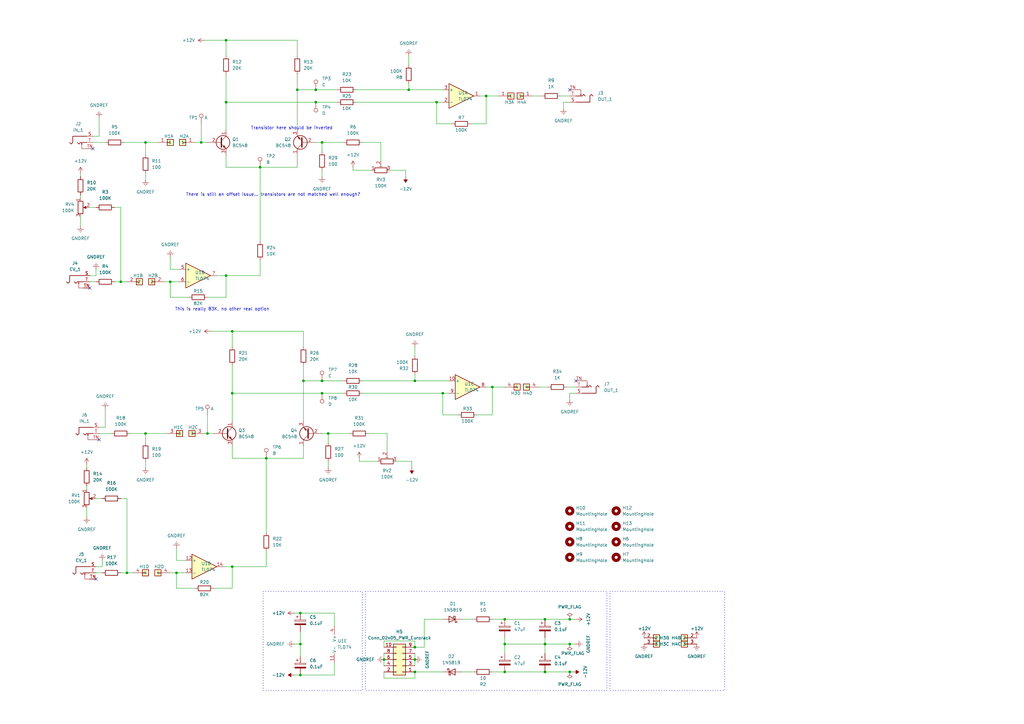
<source format=kicad_sch>
(kicad_sch (version 20230121) (generator eeschema)
  (paper "A3")
  (lib_symbols
    (symbol "Amplifier_Operational:TL074" (pin_names (offset 0.127))
      (property "Reference" "U" (at 0 5.08 0))
      (property "Value" "TL074" (at 0 -5.08 0))
      (symbol "TL074_1_1"
        (pin output line (at 7.62 0 180) (length 2.54) (name "~") (number "1"))
        (pin input line (at -7.62 -2.54 0) (length 2.54) (name "-") (number "2"))
        (pin input line (at -7.62 2.54 0) (length 2.54) (name "+") (number "3"))
      )
      (symbol "TL074_2_1"
        (pin input line (at -7.62 2.54 0) (length 2.54) (name "+") (number "5"))
        (pin input line (at -7.62 -2.54 0) (length 2.54) (name "-") (number "6"))
        (pin output line (at 7.62 0 180) (length 2.54) (name "~") (number "7"))
      )
      (symbol "TL074_3_1"
        (pin input line (at -7.62 2.54 0) (length 2.54) (name "+") (number "10"))
        (pin output line (at 7.62 0 180) (length 2.54) (name "~") (number "8"))
        (pin input line (at -7.62 -2.54 0) (length 2.54) (name "-") (number "9"))
      )
      (symbol "TL074_4_1"
        (pin input line (at -7.62 2.54 0) (length 2.54) (name "+") (number "12"))
        (pin input line (at -7.62 -2.54 0) (length 2.54) (name "-") (number "13"))
        (pin output line (at 7.62 0 180) (length 2.54) (name "~") (number "14"))
      )
      (symbol "TL074_5_1"
        (pin power_in line (at -2.54 -7.62 90) (length 3.81) (name "V-") (number "11"))
        (pin power_in line (at -2.54 7.62 270) (length 3.81) (name "V+") (number "4"))
      )
    )
    (symbol "Connector:TestPoint" (pin_numbers hide) (pin_names (offset 0.762) hide)
      (property "Reference" "TP" (at 0 6.858 0))
      (property "Value" "TestPoint" (at 0 5.08 0))
      (symbol "TestPoint_1_1"
        (pin passive line (at 0 0 90) (length 2.54) (name "1") (number "1"))
      )
    )
    (symbol "Device:C_Polarized" (pin_numbers hide) (pin_names (offset 0.254))
      (property "Reference" "C" (at 0.635 2.54 0))
      (property "Value" "C_Polarized" (at 0.635 -2.54 0))
      (symbol "C_Polarized_1_1"
        (pin passive line (at 0 3.81 270) (length 2.794) (name "~") (number "1"))
        (pin passive line (at 0 -3.81 90) (length 2.794) (name "~") (number "2"))
      )
    )
    (symbol "Device:R" (pin_numbers hide) (pin_names (offset 0))
      (property "Reference" "R" (at 2.032 0 90))
      (property "Value" "R" (at 0 0 90))
      (symbol "R_1_1"
        (pin passive line (at 0 3.81 270) (length 1.27) (name "~") (number "1"))
        (pin passive line (at 0 -3.81 90) (length 1.27) (name "~") (number "2"))
      )
    )
    (symbol "Device:R_Potentiometer" (pin_names (offset 1.016) hide)
      (property "Reference" "RV" (at -4.445 0 90))
      (property "Value" "R_Potentiometer" (at -2.54 0 90))
      (symbol "R_Potentiometer_1_1"
        (pin passive line (at 0 3.81 270) (length 1.27) (name "1") (number "1"))
        (pin passive line (at 3.81 0 180) (length 1.27) (name "2") (number "2"))
        (pin passive line (at 0 -3.81 90) (length 1.27) (name "3") (number "3"))
      )
    )
    (symbol "Device:R_Potentiometer_Trim" (pin_names (offset 1.016) hide)
      (property "Reference" "RV" (at -4.445 0 90))
      (property "Value" "R_Potentiometer_Trim" (at -2.54 0 90))
      (symbol "R_Potentiometer_Trim_1_1"
        (pin passive line (at 0 3.81 270) (length 1.27) (name "1") (number "1"))
        (pin passive line (at 3.81 0 180) (length 1.27) (name "2") (number "2"))
        (pin passive line (at 0 -3.81 90) (length 1.27) (name "3") (number "3"))
      )
    )
    (symbol "Diode:1N5819" (pin_numbers hide) (pin_names (offset 1.016) hide)
      (property "Reference" "D" (at 0 2.54 0))
      (property "Value" "1N5819" (at 0 -2.54 0))
      (symbol "1N5819_1_1"
        (pin passive line (at -3.81 0 0) (length 2.54) (name "K") (number "1"))
        (pin passive line (at 3.81 0 180) (length 2.54) (name "A") (number "2"))
      )
    )
    (symbol "Mechanical:MountingHole" (pin_names (offset 1.016))
      (property "Reference" "H" (at 0 5.08 0))
      (property "Value" "MountingHole" (at 0 3.175 0))
    )
    (symbol "Synth_Custom:AudioJack2_PJ398SM"
      (property "Reference" "J" (at 0 8.89 0))
      (property "Value" "AudioJack2_PJ398SM" (at 0 6.35 0))
      (symbol "AudioJack2_PJ398SM_1_1"
        (pin passive line (at 5.08 2.54 180) (length 2.54) (name "~") (number "S"))
        (pin passive line (at 5.08 0 180) (length 2.54) (name "~") (number "T"))
        (pin passive line (at 5.08 -2.54 180) (length 2.54) (name "~") (number "TN"))
      )
    )
    (symbol "Synth_Custom:CONN_Header_01x04"
      (property "Reference" "H" (at 2.54 0 0))
      (symbol "CONN_Header_01x04_1_1"
        (pin passive line (at -5.08 0 0) (length 3.81) (name "1") (number "1"))
      )
      (symbol "CONN_Header_01x04_2_1"
        (pin passive line (at -5.08 0 0) (length 3.81) (name "2") (number "2"))
      )
      (symbol "CONN_Header_01x04_3_1"
        (pin passive line (at -5.08 0 0) (length 3.81) (name "3") (number "3"))
      )
      (symbol "CONN_Header_01x04_4_1"
        (pin passive line (at -5.08 0 0) (length 3.81) (name "4") (number "4"))
      )
    )
    (symbol "Synth_Custom:CONN_Socket_01x04"
      (property "Reference" "H" (at 2.54 0 0))
      (symbol "CONN_Socket_01x04_1_1"
        (pin passive line (at -5.08 0 0) (length 3.81) (name "1") (number "1"))
      )
      (symbol "CONN_Socket_01x04_2_1"
        (pin passive line (at -5.08 0 0) (length 3.81) (name "2") (number "2"))
      )
      (symbol "CONN_Socket_01x04_3_1"
        (pin passive line (at -5.08 0 0) (length 3.81) (name "3") (number "3"))
      )
      (symbol "CONN_Socket_01x04_4_1"
        (pin passive line (at -5.08 0 0) (length 3.81) (name "4") (number "4"))
      )
    )
    (symbol "Synth_Custom:Conn_02x05_PWR_Eurorack" (pin_names (offset 1.016) hide)
      (property "Reference" "H" (at 0 7.62 0))
      (property "Value" "Conn_02x05_PWR_Eurorack" (at 1.27 -7.62 0))
      (symbol "Conn_02x05_PWR_Eurorack_1_1"
        (pin passive line (at -6.35 5.08 0) (length 3.81) (name "Pin_1") (number "1"))
        (pin passive line (at 6.35 -5.08 180) (length 3.81) (name "Pin_10") (number "10"))
        (pin passive line (at 6.35 5.08 180) (length 3.81) (name "Pin_2") (number "2"))
        (pin passive line (at -6.35 2.54 0) (length 3.81) (name "Pin_3") (number "3"))
        (pin passive line (at 6.35 2.54 180) (length 3.81) (name "Pin_4") (number "4"))
        (pin passive line (at -6.35 0 0) (length 3.81) (name "Pin_5") (number "5"))
        (pin passive line (at 6.35 0 180) (length 3.81) (name "Pin_6") (number "6"))
        (pin passive line (at -6.35 -2.54 0) (length 3.81) (name "Pin_7") (number "7"))
        (pin passive line (at 6.35 -2.54 180) (length 3.81) (name "Pin_8") (number "8"))
        (pin passive line (at -6.35 -5.08 0) (length 3.81) (name "Pin_9") (number "9"))
      )
    )
    (symbol "Transistor_BJT:BC548" (pin_names (offset 0) hide)
      (property "Reference" "Q" (at 5.08 1.905 0))
      (property "Value" "BC548" (at 5.08 0 0))
      (symbol "BC548_1_1"
        (pin passive line (at 2.54 5.08 270) (length 2.54) (name "C") (number "1"))
        (pin input line (at -5.08 0 0) (length 5.08) (name "B") (number "2"))
        (pin passive line (at 2.54 -5.08 90) (length 2.54) (name "E") (number "3"))
      )
    )
    (symbol "power:+12V" (power) (pin_names (offset 0))
      (property "Value" "+12V" (at 0 3.556 0))
      (symbol "+12V_1_1"
        (pin power_in line (at 0 0 90) (length 0) hide (name "+12V") (number "1"))
      )
    )
    (symbol "power:-12V" (power) (pin_names (offset 0))
      (property "Value" "-12V" (at 0 3.81 0))
      (symbol "-12V_0_0"
        (pin power_in line (at 0 0 90) (length 0) hide (name "-12V") (number "1"))
      )
    )
    (symbol "power:GNDREF" (power) (pin_names (offset 0))
      (property "Value" "GNDREF" (at 0 -3.81 0))
      (symbol "GNDREF_1_1"
        (pin power_in line (at 0 0 270) (length 0) hide (name "GNDREF") (number "1"))
      )
    )
    (symbol "power:PWR_FLAG" (power) (pin_numbers hide) (pin_names (offset 0) hide)
      (property "Value" "PWR_FLAG" (at 0 3.81 0))
      (symbol "PWR_FLAG_0_0"
        (pin power_out line (at 0 0 90) (length 0) (name "pwr") (number "1"))
      )
    )
  )
  (junction (at 121.92 36.83))
  (junction (at 129.54 41.91))
  (junction (at 49.53 115.57))
  (junction (at 123.19 264.16))
  (junction (at 207.01 264.16))
  (junction (at 233.68 275.59))
  (junction (at 170.18 275.59))
  (junction (at 223.52 264.16))
  (junction (at 157.48 270.51))
  (junction (at 179.07 41.91))
  (junction (at 233.68 254))
  (junction (at 223.52 254))
  (junction (at 52.07 234.95))
  (junction (at 82.55 58.42))
  (junction (at 170.18 156.21))
  (junction (at 106.68 68.58))
  (junction (at 132.08 161.29))
  (junction (at 92.71 16.51))
  (junction (at 72.39 234.95))
  (junction (at 124.46 156.21))
  (junction (at 92.71 113.03))
  (junction (at 167.64 36.83))
  (junction (at 95.25 161.29))
  (junction (at 207.01 254))
  (junction (at 170.18 270.51))
  (junction (at 59.69 58.42))
  (junction (at 134.62 177.8))
  (junction (at 123.19 276.86))
  (junction (at 132.08 156.21))
  (junction (at 95.25 232.41))
  (junction (at 201.93 158.75))
  (junction (at 85.09 177.8))
  (junction (at 170.18 265.43))
  (junction (at 92.71 41.91))
  (junction (at 95.25 135.89))
  (junction (at 207.01 275.59))
  (junction (at 233.68 264.16))
  (junction (at 181.61 161.29))
  (junction (at 129.54 36.83))
  (junction (at 69.85 115.57))
  (junction (at 132.08 58.42))
  (junction (at 199.39 39.37))
  (junction (at 223.52 275.59))
  (junction (at 59.69 177.8))
  (junction (at 123.19 251.46))
  (junction (at 109.22 187.96))
  (no_connect (at 40.64 180.34))
  (no_connect (at 36.83 118.11))
  (no_connect (at 236.22 156.21))
  (no_connect (at 38.1 60.96))
  (no_connect (at 39.37 237.49))
  (no_connect (at 233.68 36.83))
  (wire (pts (xy 72.39 234.95) (xy 76.2 234.95)))
  (wire (pts (xy 137.16 271.78) (xy 137.16 276.86)))
  (wire (pts (xy 106.68 113.03) (xy 106.68 106.68)))
  (wire (pts (xy 170.18 278.13) (xy 170.18 275.59)))
  (wire (pts (xy 134.62 189.23) (xy 134.62 191.77)))
  (wire (pts (xy 59.69 58.42) (xy 59.69 63.5)))
  (wire (pts (xy 95.25 149.86) (xy 95.25 161.29)))
  (wire (pts (xy 132.08 156.21) (xy 140.97 156.21)))
  (wire (pts (xy 124.46 182.88) (xy 124.46 187.96)))
  (wire (pts (xy 158.75 185.42) (xy 158.75 177.8)))
  (wire (pts (xy 132.08 69.85) (xy 132.08 72.39)))
  (wire (pts (xy 232.41 158.75) (xy 236.22 158.75)))
  (wire (pts (xy 120.65 276.86) (xy 123.19 276.86)))
  (wire (pts (xy 185.42 50.8) (xy 179.07 50.8)))
  (wire (pts (xy 173.99 254) (xy 181.61 254)))
  (wire (pts (xy 80.01 58.42) (xy 82.55 58.42)))
  (wire (pts (xy 33.02 80.01) (xy 33.02 81.28)))
  (wire (pts (xy 187.96 170.18) (xy 181.61 170.18)))
  (wire (pts (xy 129.54 36.83) (xy 138.43 36.83)))
  (wire (pts (xy 148.59 156.21) (xy 170.18 156.21)))
  (wire (pts (xy 170.18 153.67) (xy 170.18 156.21)))
  (wire (pts (xy 39.37 234.95) (xy 41.91 234.95)))
  (wire (pts (xy 59.69 177.8) (xy 59.69 181.61)))
  (wire (pts (xy 170.18 265.43) (xy 170.18 262.89)))
  (wire (pts (xy 106.68 68.58) (xy 106.68 99.06)))
  (wire (pts (xy 46.99 85.09) (xy 49.53 85.09)))
  (wire (pts (xy 170.18 267.97) (xy 170.18 270.51)))
  (wire (pts (xy 109.22 187.96) (xy 109.22 218.44)))
  (wire (pts (xy 193.04 50.8) (xy 199.39 50.8)))
  (wire (pts (xy 132.08 58.42) (xy 140.97 58.42)))
  (wire (pts (xy 132.08 177.8) (xy 134.62 177.8)))
  (wire (pts (xy 50.8 58.42) (xy 59.69 58.42)))
  (wire (pts (xy 92.71 41.91) (xy 129.54 41.91)))
  (wire (pts (xy 53.34 177.8) (xy 59.69 177.8)))
  (wire (pts (xy 69.85 115.57) (xy 73.66 115.57)))
  (wire (pts (xy 49.53 234.95) (xy 52.07 234.95)))
  (wire (pts (xy 124.46 187.96) (xy 109.22 187.96)))
  (wire (pts (xy 201.93 170.18) (xy 201.93 158.75)))
  (wire (pts (xy 52.07 115.57) (xy 49.53 115.57)))
  (wire (pts (xy 35.56 190.5) (xy 35.56 191.77)))
  (wire (pts (xy 92.71 30.48) (xy 92.71 41.91)))
  (wire (pts (xy 134.62 177.8) (xy 134.62 181.61)))
  (wire (pts (xy 123.19 259.08) (xy 123.19 264.16)))
  (wire (pts (xy 72.39 241.3) (xy 72.39 234.95)))
  (wire (pts (xy 123.19 264.16) (xy 123.19 269.24)))
  (wire (pts (xy 156.21 66.04) (xy 156.21 58.42)))
  (wire (pts (xy 199.39 50.8) (xy 199.39 39.37)))
  (wire (pts (xy 69.85 234.95) (xy 72.39 234.95)))
  (wire (pts (xy 147.32 189.23) (xy 154.94 189.23)))
  (wire (pts (xy 167.64 34.29) (xy 167.64 36.83)))
  (wire (pts (xy 35.56 199.39) (xy 35.56 200.66)))
  (wire (pts (xy 181.61 161.29) (xy 184.15 161.29)))
  (wire (pts (xy 168.91 191.77) (xy 168.91 189.23)))
  (wire (pts (xy 92.71 41.91) (xy 92.71 53.34)))
  (wire (pts (xy 223.52 275.59) (xy 233.68 275.59)))
  (wire (pts (xy 233.68 161.29) (xy 236.22 161.29)))
  (wire (pts (xy 77.47 121.92) (xy 69.85 121.92)))
  (wire (pts (xy 69.85 121.92) (xy 69.85 115.57)))
  (wire (pts (xy 231.14 44.45) (xy 231.14 41.91)))
  (wire (pts (xy 223.52 264.16) (xy 233.68 264.16)))
  (wire (pts (xy 92.71 63.5) (xy 92.71 68.58)))
  (wire (pts (xy 157.48 275.59) (xy 157.48 278.13)))
  (wire (pts (xy 85.09 121.92) (xy 92.71 121.92)))
  (wire (pts (xy 195.58 170.18) (xy 201.93 170.18)))
  (wire (pts (xy 144.78 69.85) (xy 152.4 69.85)))
  (wire (pts (xy 72.39 229.87) (xy 76.2 229.87)))
  (wire (pts (xy 134.62 177.8) (xy 143.51 177.8)))
  (wire (pts (xy 199.39 39.37) (xy 204.47 39.37)))
  (wire (pts (xy 196.85 39.37) (xy 199.39 39.37)))
  (wire (pts (xy 189.23 275.59) (xy 194.31 275.59)))
  (wire (pts (xy 170.18 270.51) (xy 170.18 273.05)))
  (wire (pts (xy 109.22 232.41) (xy 109.22 226.06)))
  (wire (pts (xy 137.16 251.46) (xy 137.16 256.54)))
  (wire (pts (xy 95.25 241.3) (xy 95.25 232.41)))
  (wire (pts (xy 132.08 161.29) (xy 140.97 161.29)))
  (wire (pts (xy 207.01 261.62) (xy 207.01 264.16)))
  (wire (pts (xy 43.18 175.26) (xy 43.18 167.64)))
  (wire (pts (xy 59.69 58.42) (xy 64.77 58.42)))
  (wire (pts (xy 123.19 264.16) (xy 120.65 264.16)))
  (wire (pts (xy 67.31 115.57) (xy 69.85 115.57)))
  (wire (pts (xy 233.68 275.59) (xy 234.95 275.59)))
  (wire (pts (xy 38.1 55.88) (xy 40.64 55.88)))
  (wire (pts (xy 95.25 187.96) (xy 109.22 187.96)))
  (wire (pts (xy 39.37 232.41) (xy 41.91 232.41)))
  (wire (pts (xy 80.01 241.3) (xy 72.39 241.3)))
  (wire (pts (xy 121.92 36.83) (xy 121.92 53.34)))
  (wire (pts (xy 82.55 58.42) (xy 85.09 58.42)))
  (wire (pts (xy 92.71 113.03) (xy 88.9 113.03)))
  (wire (pts (xy 40.64 55.88) (xy 40.64 48.26)))
  (wire (pts (xy 123.19 276.86) (xy 137.16 276.86)))
  (wire (pts (xy 54.61 234.95) (xy 52.07 234.95)))
  (wire (pts (xy 106.68 113.03) (xy 92.71 113.03)))
  (wire (pts (xy 207.01 254) (xy 223.52 254)))
  (wire (pts (xy 121.92 63.5) (xy 121.92 68.58)))
  (wire (pts (xy 157.48 267.97) (xy 157.48 270.51)))
  (wire (pts (xy 121.92 68.58) (xy 106.68 68.58)))
  (wire (pts (xy 85.09 177.8) (xy 87.63 177.8)))
  (wire (pts (xy 158.75 177.8) (xy 151.13 177.8)))
  (wire (pts (xy 35.56 208.28) (xy 35.56 212.09)))
  (wire (pts (xy 233.68 264.16) (xy 236.22 264.16)))
  (wire (pts (xy 170.18 156.21) (xy 184.15 156.21)))
  (wire (pts (xy 121.92 36.83) (xy 129.54 36.83)))
  (wire (pts (xy 124.46 135.89) (xy 95.25 135.89)))
  (wire (pts (xy 40.64 177.8) (xy 45.72 177.8)))
  (wire (pts (xy 124.46 142.24) (xy 124.46 135.89)))
  (wire (pts (xy 36.83 85.09) (xy 39.37 85.09)))
  (wire (pts (xy 95.25 135.89) (xy 86.36 135.89)))
  (wire (pts (xy 33.02 71.12) (xy 33.02 72.39)))
  (wire (pts (xy 92.71 121.92) (xy 92.71 113.03)))
  (wire (pts (xy 38.1 58.42) (xy 43.18 58.42)))
  (wire (pts (xy 109.22 232.41) (xy 95.25 232.41)))
  (wire (pts (xy 132.08 58.42) (xy 132.08 62.23)))
  (wire (pts (xy 173.99 254) (xy 173.99 265.43)))
  (wire (pts (xy 41.91 232.41) (xy 41.91 229.87)))
  (wire (pts (xy 166.37 69.85) (xy 160.02 69.85)))
  (wire (pts (xy 179.07 50.8) (xy 179.07 41.91)))
  (wire (pts (xy 223.52 254) (xy 233.68 254)))
  (wire (pts (xy 33.02 88.9) (xy 33.02 92.71)))
  (wire (pts (xy 218.44 39.37) (xy 222.25 39.37)))
  (wire (pts (xy 220.98 158.75) (xy 224.79 158.75)))
  (wire (pts (xy 167.64 36.83) (xy 181.61 36.83)))
  (wire (pts (xy 69.85 110.49) (xy 73.66 110.49)))
  (wire (pts (xy 179.07 41.91) (xy 181.61 41.91)))
  (wire (pts (xy 124.46 156.21) (xy 132.08 156.21)))
  (wire (pts (xy 207.01 264.16) (xy 207.01 267.97)))
  (wire (pts (xy 170.18 275.59) (xy 181.61 275.59)))
  (wire (pts (xy 95.25 182.88) (xy 95.25 187.96)))
  (wire (pts (xy 129.54 41.91) (xy 138.43 41.91)))
  (wire (pts (xy 201.93 275.59) (xy 207.01 275.59)))
  (wire (pts (xy 36.83 115.57) (xy 39.37 115.57)))
  (wire (pts (xy 146.05 41.91) (xy 179.07 41.91)))
  (wire (pts (xy 147.32 187.96) (xy 147.32 189.23)))
  (wire (pts (xy 92.71 22.86) (xy 92.71 16.51)))
  (wire (pts (xy 95.25 232.41) (xy 91.44 232.41)))
  (wire (pts (xy 124.46 149.86) (xy 124.46 156.21)))
  (wire (pts (xy 85.09 170.18) (xy 85.09 177.8)))
  (wire (pts (xy 201.93 254) (xy 207.01 254)))
  (wire (pts (xy 207.01 275.59) (xy 223.52 275.59)))
  (wire (pts (xy 72.39 224.79) (xy 72.39 229.87)))
  (wire (pts (xy 170.18 142.24) (xy 170.18 146.05)))
  (wire (pts (xy 233.68 254) (xy 236.22 254)))
  (wire (pts (xy 40.64 175.26) (xy 43.18 175.26)))
  (wire (pts (xy 49.53 204.47) (xy 52.07 204.47)))
  (wire (pts (xy 59.69 71.12) (xy 59.69 73.66)))
  (wire (pts (xy 157.48 270.51) (xy 157.48 273.05)))
  (wire (pts (xy 156.21 58.42) (xy 148.59 58.42)))
  (wire (pts (xy 157.48 278.13) (xy 170.18 278.13)))
  (wire (pts (xy 120.65 251.46) (xy 123.19 251.46)))
  (wire (pts (xy 181.61 170.18) (xy 181.61 161.29)))
  (wire (pts (xy 207.01 264.16) (xy 223.52 264.16)))
  (wire (pts (xy 189.23 254) (xy 194.31 254)))
  (wire (pts (xy 83.82 177.8) (xy 85.09 177.8)))
  (wire (pts (xy 121.92 16.51) (xy 92.71 16.51)))
  (wire (pts (xy 95.25 142.24) (xy 95.25 135.89)))
  (wire (pts (xy 223.52 264.16) (xy 223.52 267.97)))
  (wire (pts (xy 173.99 265.43) (xy 170.18 265.43)))
  (wire (pts (xy 52.07 204.47) (xy 52.07 234.95)))
  (wire (pts (xy 123.19 251.46) (xy 137.16 251.46)))
  (wire (pts (xy 69.85 105.41) (xy 69.85 110.49)))
  (wire (pts (xy 59.69 177.8) (xy 68.58 177.8)))
  (wire (pts (xy 223.52 261.62) (xy 223.52 264.16)))
  (wire (pts (xy 168.91 189.23) (xy 162.56 189.23)))
  (wire (pts (xy 39.37 204.47) (xy 41.91 204.47)))
  (wire (pts (xy 121.92 22.86) (xy 121.92 16.51)))
  (wire (pts (xy 95.25 161.29) (xy 132.08 161.29)))
  (wire (pts (xy 124.46 156.21) (xy 124.46 172.72)))
  (wire (pts (xy 36.83 113.03) (xy 39.37 113.03)))
  (wire (pts (xy 92.71 68.58) (xy 106.68 68.58)))
  (wire (pts (xy 95.25 161.29) (xy 95.25 172.72)))
  (wire (pts (xy 144.78 68.58) (xy 144.78 69.85)))
  (wire (pts (xy 39.37 113.03) (xy 39.37 110.49)))
  (wire (pts (xy 229.87 39.37) (xy 233.68 39.37)))
  (wire (pts (xy 199.39 158.75) (xy 201.93 158.75)))
  (wire (pts (xy 121.92 30.48) (xy 121.92 36.83)))
  (wire (pts (xy 49.53 85.09) (xy 49.53 115.57)))
  (wire (pts (xy 87.63 241.3) (xy 95.25 241.3)))
  (wire (pts (xy 59.69 189.23) (xy 59.69 191.77)))
  (wire (pts (xy 166.37 72.39) (xy 166.37 69.85)))
  (wire (pts (xy 148.59 161.29) (xy 181.61 161.29)))
  (wire (pts (xy 157.48 262.89) (xy 157.48 265.43)))
  (wire (pts (xy 146.05 36.83) (xy 167.64 36.83)))
  (wire (pts (xy 201.93 158.75) (xy 207.01 158.75)))
  (wire (pts (xy 157.48 262.89) (xy 170.18 262.89)))
  (wire (pts (xy 129.54 58.42) (xy 132.08 58.42)))
  (wire (pts (xy 233.68 163.83) (xy 233.68 161.29)))
  (wire (pts (xy 46.99 115.57) (xy 49.53 115.57)))
  (wire (pts (xy 231.14 41.91) (xy 233.68 41.91)))
  (wire (pts (xy 82.55 50.8) (xy 82.55 58.42)))
  (wire (pts (xy 92.71 16.51) (xy 83.82 16.51)))
  (wire (pts (xy 167.64 22.86) (xy 167.64 26.67)))
  (rectangle (start 250.19 242.57) (end 297.18 283.21) (stroke (width 0.25) (type dot)))
  (rectangle (start 149.86 242.57) (end 248.92 283.21) (stroke (width 0.25) (type dot)))
  (rectangle (start 107.95 242.57) (end 148.59 283.21) (stroke (width 0.25) (type dot)))
  (text "Transistor here should be inverted" (at 102.87 53.34 0) (effects (font (size 1.27 1.27)) (justify left bottom)))
  (text "There is still an offset issue... transistors are not matched well enough?" (at 76.2 80.645 0) (effects (font (size 1.27 1.27)) (justify left bottom)))
  (text "This is really 83K, no other real option" (at 71.755 127.635 0) (effects (font (size 1.27 1.27)) (justify left bottom)))
  (symbol (lib_id "Device:R_Potentiometer") (at 35.56 204.47 0) (unit 1)
    (property "Reference" "RV1" (at 33.02 203.2 0) (effects (justify right)))
    (property "Value" "100K" (at 33.02 205.74 0) (effects (justify right)))
    (property "Footprint" "Potentiometer_THT:Potentiometer_TT_P0915N" (effects hide))
  )
  (symbol (lib_id "power:GNDREF") (at 39.37 110.49 180) (unit 1)
    (property "Reference" "#PWR016" (effects hide))
    (property "Value" "GNDREF" (at 39.37 105.41 0))
  )
  (symbol (lib_id "power:GNDREF") (at 231.14 44.45 0) (unit 1)
    (property "Reference" "#PWR015" (effects hide))
    (property "Value" "GNDREF" (at 231.14 49.53 0))
  )
  (symbol (lib_id "Device:R") (at 43.18 85.09 90) (unit 1)
    (property "Reference" "R3" (at 43.18 78.74 90))
    (property "Value" "100K" (at 43.18 81.28 90))
    (property "Footprint" "synth-custom:R_Axial_DIN0207_L6.3mm_D2.5mm_P7.62mm_Horizontal" (effects hide))
  )
  (symbol (lib_id "Mechanical:MountingHole") (at 252.73 228.6 0) (unit 1)
    (property "Reference" "H7" (at 255.27 227.33 0) (effects (justify left)))
    (property "Value" "MountingHole" (at 255.27 229.87 0) (effects (justify left)))
    (property "Footprint" "MountingHole:MountingHole_2.5mm" (effects hide))
  )
  (symbol (lib_id "Device:R") (at 45.72 234.95 90) (unit 1)
    (property "Reference" "R17" (at 45.72 228.6 90))
    (property "Value" "100K" (at 45.72 231.14 90))
    (property "Footprint" "synth-custom:R_Axial_DIN0207_L6.3mm_D2.5mm_P7.62mm_Horizontal" (effects hide))
  )
  (symbol (lib_id "Device:R") (at 109.22 222.25 180) (unit 1)
    (property "Reference" "R22" (at 111.76 220.98 0) (effects (justify right)))
    (property "Value" "10K" (at 111.76 223.52 0) (effects (justify right)))
    (property "Footprint" "synth-custom:R_Axial_DIN0207_L6.3mm_D2.5mm_P7.62mm_Horizontal" (effects hide))
  )
  (symbol (lib_id "power:-12V") (at 234.95 275.59 270) (unit 1)
    (property "Reference" "#PWR02" (effects hide))
    (property "Value" "-12V" (at 240.03 275.59 0))
  )
  (symbol (lib_id "Synth_Custom:CONN_Header_01x04") (at 73.66 177.8 0) (unit 3)
    (property "Reference" "H1" (at 71.12 175.26 0) (effects (justify left)))
    (property "Value" "TOP_4_SGL" (effects hide))
    (property "Footprint" "synth-custom:PinHeader_1x04_P2.00mm_Vertical" (effects hide))
  )
  (symbol (lib_id "power:GNDREF") (at 59.69 73.66 0) (unit 1)
    (property "Reference" "#PWR021" (effects hide))
    (property "Value" "GNDREF" (at 59.69 78.74 0))
  )
  (symbol (lib_id "Synth_Custom:CONN_Socket_01x04") (at 269.24 261.62 0) (unit 2)
    (property "Reference" "H3" (at 270.51 261.62 0) (effects (justify left)))
    (property "Value" "BTM_4_SGL" (effects hide))
    (property "Footprint" "synth-custom:PinSocket_1x04_P2.00mm_Vertical" (effects hide))
  )
  (symbol (lib_id "Device:C_Polarized") (at 123.19 273.05 0) (unit 1)
    (property "Reference" "C6" (at 127 270.891 0) (effects (justify left)))
    (property "Value" "0.1uF" (at 127 273.431 0) (effects (justify left)))
    (property "Footprint" "Capacitor_THT:CP_Radial_D4.0mm_P2.00mm" (effects hide))
  )
  (symbol (lib_id "power:GNDREF") (at 40.64 48.26 180) (unit 1)
    (property "Reference" "#PWR020" (effects hide))
    (property "Value" "GNDREF" (at 40.64 43.18 0))
  )
  (symbol (lib_id "Synth_Custom:AudioJack2_PJ398SM") (at 241.3 158.75 180) (unit 1)
    (property "Reference" "J7" (at 247.65 157.5435 0) (effects (justify right)))
    (property "Value" "OUT_1" (at 247.65 160.0835 0) (effects (justify right)))
    (property "Footprint" "synth-custom:Jack_3.5mm_QingPu_WQP-PJ398SM_Vertical_CircularHoles" (effects hide))
  )
  (symbol (lib_id "Device:R") (at 142.24 36.83 90) (unit 1)
    (property "Reference" "R23" (at 142.24 30.48 90))
    (property "Value" "10K" (at 142.24 33.02 90))
    (property "Footprint" "synth-custom:R_Axial_DIN0207_L6.3mm_D2.5mm_P7.62mm_Horizontal" (effects hide))
  )
  (symbol (lib_id "Diode:1N5819") (at 185.42 275.59 0) (unit 1)
    (property "Reference" "D2" (at 185.1025 269.24 0))
    (property "Value" "1N5819" (at 185.1025 271.78 0))
    (property "Footprint" "Diode_THT:D_DO-41_SOD81_P10.16mm_Horizontal" (effects hide))
    (property "Datasheet" "http://www.vishay.com/docs/88525/1n5817.pdf" (effects hide))
  )
  (symbol (lib_id "Mechanical:MountingHole") (at 233.68 209.55 0) (unit 1)
    (property "Reference" "H10" (at 236.22 208.28 0) (effects (justify left)))
    (property "Value" "MountingHole" (at 236.22 210.82 0) (effects (justify left)))
    (property "Footprint" "MountingHole:MountingHole_2.5mm" (effects hide))
  )
  (symbol (lib_id "Device:R") (at 144.78 161.29 90) (unit 1)
    (property "Reference" "R30" (at 144.78 158.75 90))
    (property "Value" "10K" (at 144.78 163.83 90))
    (property "Footprint" "synth-custom:R_Axial_DIN0207_L6.3mm_D2.5mm_P7.62mm_Horizontal" (effects hide))
  )
  (symbol (lib_id "Synth_Custom:CONN_Socket_01x04") (at 269.24 264.16 0) (unit 3)
    (property "Reference" "H3" (at 270.51 264.16 0) (effects (justify left)))
    (property "Value" "BTM_4_SGL" (effects hide))
    (property "Footprint" "synth-custom:PinSocket_1x04_P2.00mm_Vertical" (effects hide))
  )
  (symbol (lib_id "Device:R") (at 198.12 275.59 90) (unit 1)
    (property "Reference" "R2" (at 198.12 280.67 90))
    (property "Value" "10" (at 198.12 278.13 90))
    (property "Footprint" "synth-custom:R_Axial_DIN0207_L6.3mm_D2.5mm_P7.62mm_Horizontal" (effects hide))
  )
  (symbol (lib_id "Device:R") (at 189.23 50.8 270) (unit 1)
    (property "Reference" "R7" (at 189.23 48.26 90))
    (property "Value" "100K" (at 189.23 53.34 90))
    (property "Footprint" "synth-custom:R_Axial_DIN0207_L6.3mm_D2.5mm_P7.62mm_Horizontal" (effects hide))
  )
  (symbol (lib_id "Device:R") (at 92.71 26.67 180) (unit 1)
    (property "Reference" "R12" (at 95.25 25.4 0) (effects (justify right)))
    (property "Value" "20K" (at 95.25 27.94 0) (effects (justify right)))
    (property "Footprint" "synth-custom:R_Axial_DIN0207_L6.3mm_D2.5mm_P7.62mm_Horizontal" (effects hide))
  )
  (symbol (lib_id "Device:R") (at 144.78 156.21 90) (unit 1)
    (property "Reference" "R28" (at 144.78 149.86 90))
    (property "Value" "10K" (at 144.78 152.4 90))
    (property "Footprint" "synth-custom:R_Axial_DIN0207_L6.3mm_D2.5mm_P7.62mm_Horizontal" (effects hide))
  )
  (symbol (lib_id "power:PWR_FLAG") (at 233.68 254 0) (unit 1)
    (property "Reference" "#FLG01" (effects hide))
    (property "Value" "PWR_FLAG" (at 233.68 248.92 0))
  )
  (symbol (lib_id "Device:R") (at 95.25 146.05 180) (unit 1)
    (property "Reference" "R21" (at 97.79 144.78 0) (effects (justify right)))
    (property "Value" "20K" (at 97.79 147.32 0) (effects (justify right)))
    (property "Footprint" "synth-custom:R_Axial_DIN0207_L6.3mm_D2.5mm_P7.62mm_Horizontal" (effects hide))
  )
  (symbol (lib_id "Device:R_Potentiometer_Trim") (at 158.75 189.23 90) (unit 1)
    (property "Reference" "RV2" (at 158.75 193.04 90))
    (property "Value" "100K" (at 158.75 195.58 90))
    (property "Footprint" "Potentiometer_THT:Potentiometer_Bourns_3296W_Vertical" (effects hide))
  )
  (symbol (lib_id "Diode:1N5819") (at 185.42 254 180) (unit 1)
    (property "Reference" "D1" (at 185.7375 247.65 0))
    (property "Value" "1N5819" (at 185.7375 250.19 0))
    (property "Footprint" "Diode_THT:D_DO-41_SOD81_P10.16mm_Horizontal" (effects hide))
    (property "Datasheet" "http://www.vishay.com/docs/88525/1n5817.pdf" (effects hide))
  )
  (symbol (lib_id "Synth_Custom:CONN_Socket_01x04") (at 74.93 58.42 180) (unit 1)
    (property "Reference" "H2" (at 77.47 55.88 0) (effects (justify left)))
    (property "Value" "BTM_4_SGL" (effects hide))
    (property "Footprint" "synth-custom:PinSocket_1x04_P2.00mm_Vertical" (effects hide))
  )
  (symbol (lib_id "power:GNDREF") (at 43.18 167.64 180) (unit 1)
    (property "Reference" "#PWR030" (effects hide))
    (property "Value" "GNDREF" (at 43.18 162.56 0))
  )
  (symbol (lib_id "Device:R") (at 170.18 149.86 0) (unit 1)
    (property "Reference" "R32" (at 167.64 151.13 0) (effects (justify right)))
    (property "Value" "100K" (at 167.64 148.59 0) (effects (justify right)))
    (property "Footprint" "synth-custom:R_Axial_DIN0207_L6.3mm_D2.5mm_P7.62mm_Horizontal" (effects hide))
  )
  (symbol (lib_id "Device:C_Polarized") (at 223.52 271.78 0) (unit 1)
    (property "Reference" "C4" (at 227.33 269.621 0) (effects (justify left)))
    (property "Value" "0.1uF" (at 227.33 272.161 0) (effects (justify left)))
    (property "Footprint" "Capacitor_THT:CP_Radial_D4.0mm_P2.00mm" (effects hide))
  )
  (symbol (lib_id "Device:R") (at 226.06 39.37 90) (unit 1)
    (property "Reference" "R9" (at 226.06 33.02 90))
    (property "Value" "1K" (at 226.06 35.56 90))
    (property "Footprint" "synth-custom:R_Axial_DIN0207_L6.3mm_D2.5mm_P7.62mm_Horizontal" (effects hide))
  )
  (symbol (lib_id "Device:R") (at 147.32 177.8 90) (unit 1)
    (property "Reference" "R31" (at 147.32 171.45 90))
    (property "Value" "100K" (at 147.32 173.99 90))
    (property "Footprint" "synth-custom:R_Axial_DIN0207_L6.3mm_D2.5mm_P7.62mm_Horizontal" (effects hide))
  )
  (symbol (lib_id "Transistor_BJT:BC548") (at 90.17 58.42 0) (unit 1)
    (property "Reference" "Q1" (at 95.25 57.15 0) (effects (justify left)))
    (property "Value" "BC548" (at 95.25 59.69 0) (effects (justify left)))
    (property "Footprint" "Package_TO_SOT_THT:TO-92_Inline" (effects hide))
    (property "Datasheet" "https://www.onsemi.com/pub/Collateral/BC550-D.pdf" (effects hide))
  )
  (symbol (lib_id "Transistor_BJT:BC548") (at 92.71 177.8 0) (unit 1)
    (property "Reference" "Q3" (at 97.79 176.53 0) (effects (justify left)))
    (property "Value" "BC548" (at 97.79 179.07 0) (effects (justify left)))
    (property "Footprint" "Package_TO_SOT_THT:TO-92_Inline" (effects hide))
    (property "Datasheet" "https://www.onsemi.com/pub/Collateral/BC550-D.pdf" (effects hide))
  )
  (symbol (lib_id "Mechanical:MountingHole") (at 233.68 228.6 0) (unit 1)
    (property "Reference" "H9" (at 236.22 227.33 0) (effects (justify left)))
    (property "Value" "MountingHole" (at 236.22 229.87 0) (effects (justify left)))
    (property "Footprint" "MountingHole:MountingHole_2.5mm" (effects hide))
  )
  (symbol (lib_id "Synth_Custom:CONN_Header_01x04") (at 69.85 58.42 0) (unit 1)
    (property "Reference" "H1" (at 67.31 55.88 0) (effects (justify left)))
    (property "Value" "TOP_4_SGL" (effects hide))
    (property "Footprint" "synth-custom:PinHeader_1x04_P2.00mm_Vertical" (effects hide))
  )
  (symbol (lib_id "Synth_Custom:CONN_Socket_01x04") (at 212.09 158.75 0) (unit 4)
    (property "Reference" "H3" (at 209.55 161.29 0) (effects (justify left)))
    (property "Value" "BTM_4_SGL" (effects hide))
    (property "Footprint" "synth-custom:PinSocket_1x04_P2.00mm_Vertical" (effects hide))
  )
  (symbol (lib_id "Connector:TestPoint") (at 109.22 187.96 0) (unit 1)
    (property "Reference" "TP6" (at 111.76 183.388 0) (effects (justify left)))
    (property "Value" "B" (at 111.76 185.928 0) (effects (justify left)))
  )
  (symbol (lib_id "power:PWR_FLAG") (at 233.68 264.16 180) (unit 1)
    (property "Reference" "#FLG03" (effects hide))
    (property "Value" "PWR_FLAG" (at 234.95 267.97 0))
  )
  (symbol (lib_id "Device:C_Polarized") (at 207.01 271.78 0) (unit 1)
    (property "Reference" "C2" (at 210.82 269.621 0) (effects (justify left)))
    (property "Value" "47uF" (at 210.82 272.161 0) (effects (justify left)))
    (property "Footprint" "Capacitor_THT:CP_Radial_D6.3mm_P2.50mm" (effects hide))
  )
  (symbol (lib_id "Transistor_BJT:BC548") (at 124.46 58.42 180) (unit 1)
    (property "Reference" "Q2" (at 119.38 57.15 0) (effects (justify left)))
    (property "Value" "BC548" (at 119.38 59.69 0) (effects (justify left)))
    (property "Footprint" "Package_TO_SOT_THT:TO-92_Inline" (effects hide))
    (property "Datasheet" "https://www.onsemi.com/pub/Collateral/BC550-D.pdf" (effects hide))
  )
  (symbol (lib_id "power:GNDREF") (at 236.22 264.16 90) (unit 1)
    (property "Reference" "#PWR03" (effects hide))
    (property "Value" "GNDREF" (at 241.3 264.16 0))
  )
  (symbol (lib_id "Synth_Custom:CONN_Header_01x04") (at 59.69 234.95 0) (unit 4)
    (property "Reference" "H1" (at 57.15 232.41 0) (effects (justify left)))
    (property "Value" "TOP_4_SGL" (effects hide))
    (property "Footprint" "synth-custom:PinHeader_1x04_P2.00mm_Vertical" (effects hide))
  )
  (symbol (lib_id "Connector:TestPoint") (at 106.68 68.58 0) (unit 1)
    (property "Reference" "TP2" (at 109.22 64.008 0) (effects (justify left)))
    (property "Value" "B" (at 109.22 66.548 0) (effects (justify left)))
  )
  (symbol (lib_id "power:+12V") (at 33.02 71.12 0) (unit 1)
    (property "Reference" "#PWR018" (effects hide))
    (property "Value" "+12V" (at 33.02 66.04 0))
  )
  (symbol (lib_id "power:+12V") (at 147.32 187.96 0) (unit 1)
    (property "Reference" "#PWR035" (effects hide))
    (property "Value" "+12V" (at 147.32 182.88 0))
  )
  (symbol (lib_id "power:GNDREF") (at 264.16 264.16 0) (unit 1)
    (property "Reference" "#PWR05" (effects hide))
    (property "Value" "GNDREF" (at 264.16 269.24 0))
  )
  (symbol (lib_id "Connector:TestPoint") (at 129.54 36.83 0) (unit 1)
    (property "Reference" "TP3" (at 132.08 32.258 0) (effects (justify left)))
    (property "Value" "C" (at 132.08 34.798 0) (effects (justify left)))
  )
  (symbol (lib_id "Device:R") (at 106.68 102.87 180) (unit 1)
    (property "Reference" "R24" (at 109.22 101.6 0) (effects (justify right)))
    (property "Value" "10K" (at 109.22 104.14 0) (effects (justify right)))
    (property "Footprint" "synth-custom:R_Axial_DIN0207_L6.3mm_D2.5mm_P7.62mm_Horizontal" (effects hide))
  )
  (symbol (lib_id "Device:R") (at 191.77 170.18 270) (unit 1)
    (property "Reference" "R33" (at 191.77 167.64 90))
    (property "Value" "100K" (at 191.77 172.72 90))
    (property "Footprint" "synth-custom:R_Axial_DIN0207_L6.3mm_D2.5mm_P7.62mm_Horizontal" (effects hide))
  )
  (symbol (lib_id "power:GNDREF") (at 33.02 92.71 0) (unit 1)
    (property "Reference" "#PWR017" (effects hide))
    (property "Value" "GNDREF" (at 33.02 97.79 0))
  )
  (symbol (lib_id "power:GNDREF") (at 120.65 264.16 270) (unit 1)
    (property "Reference" "#PWR012" (effects hide))
    (property "Value" "GNDREF" (at 116.84 264.16 90) (effects (justify right)))
  )
  (symbol (lib_id "Synth_Custom:CONN_Header_01x04") (at 280.67 261.62 180) (unit 2)
    (property "Reference" "H4" (at 279.4 261.62 0) (effects (justify left)))
    (property "Value" "TOP_4_SGL" (effects hide))
    (property "Footprint" "synth-custom:PinHeader_1x04_P2.00mm_Vertical" (effects hide))
  )
  (symbol (lib_id "Device:C_Polarized") (at 207.01 257.81 0) (unit 1)
    (property "Reference" "C1" (at 210.82 255.651 0) (effects (justify left)))
    (property "Value" "47uF" (at 210.82 258.191 0) (effects (justify left)))
    (property "Footprint" "Capacitor_THT:CP_Radial_D6.3mm_P2.50mm" (effects hide))
  )
  (symbol (lib_id "Device:C_Polarized") (at 123.19 255.27 0) (unit 1)
    (property "Reference" "C5" (at 127 253.111 0) (effects (justify left)))
    (property "Value" "0.1uF" (at 127 255.651 0) (effects (justify left)))
    (property "Footprint" "Capacitor_THT:CP_Radial_D4.0mm_P2.00mm" (effects hide))
  )
  (symbol (lib_id "Connector:TestPoint") (at 129.54 41.91 180) (unit 1)
    (property "Reference" "TP4" (at 132.08 43.942 0) (effects (justify right)))
    (property "Value" "D" (at 132.08 46.482 0) (effects (justify right)))
  )
  (symbol (lib_id "power:+12V") (at 264.16 261.62 0) (unit 1)
    (property "Reference" "#PWR04" (effects hide))
    (property "Value" "+12V" (at 261.62 257.81 0) (effects (justify left)))
  )
  (symbol (lib_id "Synth_Custom:CONN_Header_01x04") (at 57.15 115.57 0) (unit 2)
    (property "Reference" "H1" (at 54.61 113.03 0) (effects (justify left)))
    (property "Value" "TOP_4_SGL" (effects hide))
    (property "Footprint" "synth-custom:PinHeader_1x04_P2.00mm_Vertical" (effects hide))
  )
  (symbol (lib_id "power:GNDREF") (at 170.18 270.51 90) (unit 1)
    (property "Reference" "#PWR013" (effects hide))
    (property "Value" "GNDREF" (at 175.26 270.51 0))
  )
  (symbol (lib_id "Mechanical:MountingHole") (at 233.68 215.9 0) (unit 1)
    (property "Reference" "H11" (at 236.22 214.63 0) (effects (justify left)))
    (property "Value" "MountingHole" (at 236.22 217.17 0) (effects (justify left)))
    (property "Footprint" "MountingHole:MountingHole_2.5mm" (effects hide))
  )
  (symbol (lib_id "Device:R") (at 142.24 41.91 90) (unit 1)
    (property "Reference" "R25" (at 142.24 39.37 90))
    (property "Value" "10K" (at 142.24 44.45 90))
    (property "Footprint" "synth-custom:R_Axial_DIN0207_L6.3mm_D2.5mm_P7.62mm_Horizontal" (effects hide))
  )
  (symbol (lib_id "Connector:TestPoint") (at 132.08 161.29 180) (unit 1)
    (property "Reference" "TP8" (at 134.62 163.322 0) (effects (justify right)))
    (property "Value" "D" (at 134.62 165.862 0) (effects (justify right)))
  )
  (symbol (lib_id "Device:R_Potentiometer") (at 33.02 85.09 0) (unit 1)
    (property "Reference" "RV4" (at 30.48 83.82 0) (effects (justify right)))
    (property "Value" "100K" (at 30.48 86.36 0) (effects (justify right)))
    (property "Footprint" "Potentiometer_THT:Potentiometer_TT_P0915N" (effects hide))
  )
  (symbol (lib_id "power:-12V") (at 166.37 72.39 180) (unit 1)
    (property "Reference" "#PWR025" (effects hide))
    (property "Value" "-12V" (at 166.37 77.47 0))
  )
  (symbol (lib_id "Device:R") (at 59.69 185.42 180) (unit 1)
    (property "Reference" "R19" (at 62.23 184.15 0) (effects (justify right)))
    (property "Value" "100" (at 62.23 186.69 0) (effects (justify right)))
    (property "Footprint" "synth-custom:R_Axial_DIN0207_L6.3mm_D2.5mm_P7.62mm_Horizontal" (effects hide))
  )
  (symbol (lib_id "Synth_Custom:CONN_Socket_01x04") (at 78.74 177.8 180) (unit 3)
    (property "Reference" "H2" (at 81.28 175.26 0) (effects (justify left)))
    (property "Value" "BTM_4_SGL" (effects hide))
    (property "Footprint" "synth-custom:PinSocket_1x04_P2.00mm_Vertical" (effects hide))
  )
  (symbol (lib_id "Mechanical:MountingHole") (at 252.73 222.25 0) (unit 1)
    (property "Reference" "H6" (at 255.27 220.98 0) (effects (justify left)))
    (property "Value" "MountingHole" (at 255.27 223.52 0) (effects (justify left)))
    (property "Footprint" "MountingHole:MountingHole_2.5mm" (effects hide))
  )
  (symbol (lib_id "Device:R") (at 49.53 177.8 90) (unit 1)
    (property "Reference" "R18" (at 49.53 171.45 90))
    (property "Value" "100K" (at 49.53 173.99 90))
    (property "Footprint" "synth-custom:R_Axial_DIN0207_L6.3mm_D2.5mm_P7.62mm_Horizontal" (effects hide))
  )
  (symbol (lib_id "power:GNDREF") (at 132.08 72.39 0) (unit 1)
    (property "Reference" "#PWR023" (effects hide))
    (property "Value" "GNDREF" (at 132.08 77.47 0))
  )
  (symbol (lib_id "Device:C_Polarized") (at 223.52 257.81 0) (unit 1)
    (property "Reference" "C3" (at 227.33 255.651 0) (effects (justify left)))
    (property "Value" "0.1uF" (at 227.33 258.191 0) (effects (justify left)))
    (property "Footprint" "Capacitor_THT:CP_Radial_D4.0mm_P2.00mm" (effects hide))
  )
  (symbol (lib_id "Synth_Custom:CONN_Header_01x04") (at 213.36 39.37 180) (unit 1)
    (property "Reference" "H4" (at 215.9 41.91 0) (effects (justify left)))
    (property "Value" "TOP_4_SGL" (effects hide))
    (property "Footprint" "synth-custom:PinHeader_1x04_P2.00mm_Vertical" (effects hide))
  )
  (symbol (lib_id "power:GNDREF") (at 157.48 270.51 270) (unit 1)
    (property "Reference" "#PWR014" (effects hide))
    (property "Value" "GNDREF" (at 153.67 270.51 90) (effects (justify right)))
  )
  (symbol (lib_id "power:GNDREF") (at 167.64 22.86 180) (unit 1)
    (property "Reference" "#PWR026" (effects hide))
    (property "Value" "GNDREF" (at 167.64 17.78 0))
  )
  (symbol (lib_id "Mechanical:MountingHole") (at 252.73 215.9 0) (unit 1)
    (property "Reference" "H13" (at 255.27 214.63 0) (effects (justify left)))
    (property "Value" "MountingHole" (at 255.27 217.17 0) (effects (justify left)))
    (property "Footprint" "MountingHole:MountingHole_2.5mm" (effects hide))
  )
  (symbol (lib_id "power:GNDREF") (at 134.62 191.77 0) (unit 1)
    (property "Reference" "#PWR034" (effects hide))
    (property "Value" "GNDREF" (at 134.62 196.85 0))
  )
  (symbol (lib_id "power:GNDREF") (at 69.85 105.41 180) (unit 1)
    (property "Reference" "#PWR019" (effects hide))
    (property "Value" "GNDREF" (at 69.85 100.33 0))
  )
  (symbol (lib_id "Device:R") (at 132.08 66.04 180) (unit 1)
    (property "Reference" "R29" (at 134.62 64.77 0) (effects (justify right)))
    (property "Value" "100" (at 134.62 67.31 0) (effects (justify right)))
    (property "Footprint" "synth-custom:R_Axial_DIN0207_L6.3mm_D2.5mm_P7.62mm_Horizontal" (effects hide))
  )
  (symbol (lib_id "Device:R") (at 59.69 67.31 180) (unit 1)
    (property "Reference" "R11" (at 62.23 66.04 0) (effects (justify right)))
    (property "Value" "100" (at 62.23 68.58 0) (effects (justify right)))
    (property "Footprint" "synth-custom:R_Axial_DIN0207_L6.3mm_D2.5mm_P7.62mm_Horizontal" (effects hide))
  )
  (symbol (lib_id "Connector:TestPoint") (at 85.09 170.18 0) (unit 1)
    (property "Reference" "TP5" (at 80.01 167.64 0) (effects (justify left)))
    (property "Value" "A" (at 86.36 167.64 0) (effects (justify left)))
  )
  (symbol (lib_id "Synth_Custom:AudioJack2_PJ398SM") (at 34.29 234.95 0) (unit 1)
    (property "Reference" "J5" (at 33.3375 227.33 0))
    (property "Value" "CV_1" (at 33.3375 229.87 0))
    (property "Footprint" "synth-custom:Jack_3.5mm_QingPu_WQP-PJ398SM_Vertical_CircularHoles" (effects hide))
  )
  (symbol (lib_id "Mechanical:MountingHole") (at 233.68 222.25 0) (unit 1)
    (property "Reference" "H8" (at 236.22 220.98 0) (effects (justify left)))
    (property "Value" "MountingHole" (at 236.22 223.52 0) (effects (justify left)))
    (property "Footprint" "MountingHole:MountingHole_2.5mm" (effects hide))
  )
  (symbol (lib_id "power:GNDREF") (at 285.75 264.16 0) (unit 1)
    (property "Reference" "#PWR07" (effects hide))
    (property "Value" "GNDREF" (at 285.75 269.24 0))
  )
  (symbol (lib_id "Synth_Custom:Conn_02x05_PWR_Eurorack") (at 163.83 270.51 180) (unit 1)
    (property "Reference" "H5" (at 163.83 259.08 0))
    (property "Value" "Conn_02x05_PWR_Eurorack" (at 163.83 261.62 0))
    (property "Footprint" "synth-custom:CONN_02x05_PWR" (effects hide))
  )
  (symbol (lib_id "Device:R") (at 46.99 58.42 90) (unit 1)
    (property "Reference" "R5" (at 46.99 52.07 90))
    (property "Value" "100K" (at 46.99 54.61 90))
    (property "Footprint" "synth-custom:R_Axial_DIN0207_L6.3mm_D2.5mm_P7.62mm_Horizontal" (effects hide))
  )
  (symbol (lib_id "Device:R") (at 124.46 146.05 180) (unit 1)
    (property "Reference" "R26" (at 127 144.78 0) (effects (justify right)))
    (property "Value" "20K" (at 127 147.32 0) (effects (justify right)))
    (property "Footprint" "synth-custom:R_Axial_DIN0207_L6.3mm_D2.5mm_P7.62mm_Horizontal" (effects hide))
  )
  (symbol (lib_id "Transistor_BJT:BC548") (at 127 177.8 180) (unit 1)
    (property "Reference" "Q4" (at 121.92 176.53 0) (effects (justify left)))
    (property "Value" "BC548" (at 121.92 179.07 0) (effects (justify left)))
    (property "Footprint" "Package_TO_SOT_THT:TO-92_Inline" (effects hide))
    (property "Datasheet" "https://www.onsemi.com/pub/Collateral/BC550-D.pdf" (effects hide))
  )
  (symbol (lib_id "Device:R") (at 35.56 195.58 180) (unit 1)
    (property "Reference" "R14" (at 38.1 194.31 0) (effects (justify right)))
    (property "Value" "20K" (at 38.1 196.85 0) (effects (justify right)))
    (property "Footprint" "synth-custom:R_Axial_DIN0207_L6.3mm_D2.5mm_P7.62mm_Horizontal" (effects hide))
  )
  (symbol (lib_id "power:-12V") (at 120.65 276.86 90) (unit 1)
    (property "Reference" "#PWR011" (effects hide))
    (property "Value" "-12V" (at 116.84 276.86 90) (effects (justify left)))
  )
  (symbol (lib_id "Device:R") (at 43.18 115.57 90) (unit 1)
    (property "Reference" "R4" (at 43.18 109.22 90))
    (property "Value" "100K" (at 43.18 111.76 90))
    (property "Footprint" "synth-custom:R_Axial_DIN0207_L6.3mm_D2.5mm_P7.62mm_Horizontal" (effects hide))
  )
  (symbol (lib_id "Synth_Custom:CONN_Header_01x04") (at 280.67 264.16 180) (unit 3)
    (property "Reference" "H4" (at 279.4 264.16 0) (effects (justify left)))
    (property "Value" "TOP_4_SGL" (effects hide))
    (property "Footprint" "synth-custom:PinHeader_1x04_P2.00mm_Vertical" (effects hide))
  )
  (symbol (lib_id "power:GNDREF") (at 59.69 191.77 0) (unit 1)
    (property "Reference" "#PWR032" (effects hide))
    (property "Value" "GNDREF" (at 59.69 196.85 0))
  )
  (symbol (lib_id "Amplifier_Operational:TL074") (at 189.23 39.37 0) (unit 1)
    (property "Reference" "U1" (at 187.96 38.1 0) (effects (justify left)))
    (property "Value" "TL074" (at 187.96 40.64 0) (effects (justify left)))
    (property "Footprint" "Package_DIP:DIP-14_W7.62mm_Socket_LongPads" (effects hide))
    (property "Datasheet" "http://www.ti.com/lit/ds/symlink/tl071.pdf" (effects hide))
  )
  (symbol (lib_id "power:+12V") (at 120.65 251.46 90) (unit 1)
    (property "Reference" "#PWR010" (effects hide))
    (property "Value" "+12V" (at 116.84 251.46 90) (effects (justify left)))
  )
  (symbol (lib_id "Amplifier_Operational:TL074") (at 139.7 264.16 0) (unit 5)
    (property "Reference" "U1" (at 138.43 262.89 0) (effects (justify left)))
    (property "Value" "TL074" (at 138.43 265.43 0) (effects (justify left)))
    (property "Footprint" "Package_DIP:DIP-14_W7.62mm_Socket_LongPads" (effects hide))
    (property "Datasheet" "http://www.ti.com/lit/ds/symlink/tl071.pdf" (effects hide))
  )
  (symbol (lib_id "power:GNDREF") (at 41.91 229.87 180) (unit 1)
    (property "Reference" "#PWR029" (effects hide))
    (property "Value" "GNDREF" (at 41.91 224.79 0))
  )
  (symbol (lib_id "power:+12V") (at 236.22 254 270) (unit 1)
    (property "Reference" "#PWR01" (effects hide))
    (property "Value" "+12V" (at 241.3 254 0))
  )
  (symbol (lib_id "Synth_Custom:CONN_Socket_01x04") (at 62.23 115.57 180) (unit 2)
    (property "Reference" "H2" (at 64.77 113.03 0) (effects (justify left)))
    (property "Value" "BTM_4_SGL" (effects hide))
    (property "Footprint" "synth-custom:PinSocket_1x04_P2.00mm_Vertical" (effects hide))
  )
  (symbol (lib_id "Device:R") (at 228.6 158.75 90) (unit 1)
    (property "Reference" "R34" (at 228.6 152.4 90))
    (property "Value" "1K" (at 228.6 154.94 90))
    (property "Footprint" "synth-custom:R_Axial_DIN0207_L6.3mm_D2.5mm_P7.62mm_Horizontal" (effects hide))
  )
  (symbol (lib_id "Synth_Custom:CONN_Socket_01x04") (at 64.77 234.95 180) (unit 4)
    (property "Reference" "H2" (at 67.31 232.41 0) (effects (justify left)))
    (property "Value" "BTM_4_SGL" (effects hide))
    (property "Footprint" "synth-custom:PinSocket_1x04_P2.00mm_Vertical" (effects hide))
  )
  (symbol (lib_id "Synth_Custom:AudioJack2_PJ398SM") (at 238.76 39.37 180) (unit 1)
    (property "Reference" "J3" (at 245.11 38.1635 0) (effects (justify right)))
    (property "Value" "OUT_1" (at 245.11 40.7035 0) (effects (justify right)))
    (property "Footprint" "synth-custom:Jack_3.5mm_QingPu_WQP-PJ398SM_Vertical_CircularHoles" (effects hide))
  )
  (symbol (lib_id "power:GNDREF") (at 233.68 163.83 0) (unit 1)
    (property "Reference" "#PWR038" (effects hide))
    (property "Value" "GNDREF" (at 233.68 168.91 0))
  )
  (symbol (lib_id "power:+12V") (at 86.36 135.89 90) (unit 1)
    (property "Reference" "#PWR033" (effects hide))
    (property "Value" "+12V" (at 82.55 135.89 90) (effects (justify left)))
  )
  (symbol (lib_id "power:GNDREF") (at 170.18 142.24 180) (unit 1)
    (property "Reference" "#PWR037" (effects hide))
    (property "Value" "GNDREF" (at 170.18 137.16 0))
  )
  (symbol (lib_id "power:-12V") (at 168.91 191.77 180) (unit 1)
    (property "Reference" "#PWR036" (effects hide))
    (property "Value" "-12V" (at 168.91 196.85 0))
  )
  (symbol (lib_id "power:+12V") (at 144.78 68.58 0) (unit 1)
    (property "Reference" "#PWR024" (effects hide))
    (property "Value" "+12V" (at 144.78 63.5 0))
  )
  (symbol (lib_id "Device:R") (at 198.12 254 90) (unit 1)
    (property "Reference" "R1" (at 198.12 247.65 90))
    (property "Value" "10" (at 198.12 250.19 90))
    (property "Footprint" "synth-custom:R_Axial_DIN0207_L6.3mm_D2.5mm_P7.62mm_Horizontal" (effects hide))
  )
  (symbol (lib_id "Device:R") (at 33.02 76.2 180) (unit 1)
    (property "Reference" "R10" (at 35.56 74.93 0) (effects (justify right)))
    (property "Value" "20K" (at 35.56 77.47 0) (effects (justify right)))
    (property "Footprint" "synth-custom:R_Axial_DIN0207_L6.3mm_D2.5mm_P7.62mm_Horizontal" (effects hide))
  )
  (symbol (lib_id "Amplifier_Operational:TL074") (at 83.82 232.41 0) (unit 4)
    (property "Reference" "U1" (at 82.55 231.14 0) (effects (justify left)))
    (property "Value" "TL074" (at 82.55 233.68 0) (effects (justify left)))
    (property "Footprint" "Package_DIP:DIP-14_W7.62mm_Socket_LongPads" (effects hide))
    (property "Datasheet" "http://www.ti.com/lit/ds/symlink/tl071.pdf" (effects hide))
  )
  (symbol (lib_id "Mechanical:MountingHole") (at 252.73 209.55 0) (unit 1)
    (property "Reference" "H12" (at 255.27 208.28 0) (effects (justify left)))
    (property "Value" "MountingHole" (at 255.27 210.82 0) (effects (justify left)))
    (property "Footprint" "MountingHole:MountingHole_2.5mm" (effects hide))
  )
  (symbol (lib_id "Synth_Custom:AudioJack2_PJ398SM") (at 35.56 177.8 0) (unit 1)
    (property "Reference" "J6" (at 34.6075 170.18 0))
    (property "Value" "IN_1" (at 34.6075 172.72 0))
    (property "Footprint" "synth-custom:Jack_3.5mm_QingPu_WQP-PJ398SM_Vertical_CircularHoles" (effects hide))
  )
  (symbol (lib_id "Amplifier_Operational:TL074") (at 81.28 113.03 0) (unit 2)
    (property "Reference" "U1" (at 80.01 111.76 0) (effects (justify left)))
    (property "Value" "TL074" (at 80.01 114.3 0) (effects (justify left)))
    (property "Footprint" "Package_DIP:DIP-14_W7.62mm_Socket_LongPads" (effects hide))
    (property "Datasheet" "http://www.ti.com/lit/ds/symlink/tl071.pdf" (effects hide))
  )
  (symbol (lib_id "power:+12V") (at 35.56 190.5 0) (unit 1)
    (property "Reference" "#PWR027" (effects hide))
    (property "Value" "+12V" (at 35.56 185.42 0))
  )
  (symbol (lib_id "power:PWR_FLAG") (at 233.68 275.59 180) (unit 1)
    (property "Reference" "#FLG02" (effects hide))
    (property "Value" "PWR_FLAG" (at 233.68 280.67 0))
  )
  (symbol (lib_id "Device:R") (at 134.62 185.42 180) (unit 1)
    (property "Reference" "R27" (at 137.16 184.15 0) (effects (justify right)))
    (property "Value" "100" (at 137.16 186.69 0) (effects (justify right)))
    (property "Footprint" "synth-custom:R_Axial_DIN0207_L6.3mm_D2.5mm_P7.62mm_Horizontal" (effects hide))
  )
  (symbol (lib_id "Device:R") (at 121.92 26.67 180) (unit 1)
    (property "Reference" "R13" (at 124.46 25.4 0) (effects (justify right)))
    (property "Value" "20K" (at 124.46 27.94 0) (effects (justify right)))
    (property "Footprint" "synth-custom:R_Axial_DIN0207_L6.3mm_D2.5mm_P7.62mm_Horizontal" (effects hide))
  )
  (symbol (lib_id "Device:R") (at 144.78 58.42 90) (unit 1)
    (property "Reference" "R6" (at 144.78 52.07 90))
    (property "Value" "100K" (at 144.78 54.61 90))
    (property "Footprint" "synth-custom:R_Axial_DIN0207_L6.3mm_D2.5mm_P7.62mm_Horizontal" (effects hide))
  )
  (symbol (lib_id "Device:R") (at 81.28 121.92 90) (unit 1)
    (property "Reference" "R15" (at 81.28 119.38 90))
    (property "Value" "82K" (at 81.28 124.46 90))
    (property "Footprint" "synth-custom:R_Axial_DIN0207_L6.3mm_D2.5mm_P7.62mm_Horizontal" (effects hide))
  )
  (symbol (lib_id "Connector:TestPoint") (at 82.55 50.8 0) (unit 1)
    (property "Reference" "TP1" (at 77.47 48.26 0) (effects (justify left)))
    (property "Value" "A" (at 83.82 48.26 0) (effects (justify left)))
  )
  (symbol (lib_id "Synth_Custom:AudioJack2_PJ398SM") (at 33.02 58.42 0) (unit 1)
    (property "Reference" "J2" (at 32.0675 50.8 0))
    (property "Value" "IN_1" (at 32.0675 53.34 0))
    (property "Footprint" "synth-custom:Jack_3.5mm_QingPu_WQP-PJ398SM_Vertical_CircularHoles" (effects hide))
  )
  (symbol (lib_id "power:+12V") (at 285.75 261.62 0) (unit 1)
    (property "Reference" "#PWR06" (effects hide))
    (property "Value" "+12V" (at 283.21 257.81 0) (effects (justify left)))
  )
  (symbol (lib_id "Device:R_Potentiometer_Trim") (at 156.21 69.85 90) (unit 1)
    (property "Reference" "RV3" (at 156.21 73.66 90))
    (property "Value" "100K" (at 156.21 76.2 90))
    (property "Footprint" "Potentiometer_THT:Potentiometer_Bourns_3296W_Vertical" (effects hide))
  )
  (symbol (lib_id "Device:R") (at 45.72 204.47 90) (unit 1)
    (property "Reference" "R16" (at 45.72 198.12 90))
    (property "Value" "100K" (at 45.72 200.66 90))
    (property "Footprint" "synth-custom:R_Axial_DIN0207_L6.3mm_D2.5mm_P7.62mm_Horizontal" (effects hide))
  )
  (symbol (lib_id "Device:R") (at 83.82 241.3 90) (unit 1)
    (property "Reference" "R20" (at 83.82 238.76 90))
    (property "Value" "82K" (at 83.82 243.84 90))
    (property "Footprint" "synth-custom:R_Axial_DIN0207_L6.3mm_D2.5mm_P7.62mm_Horizontal" (effects hide))
  )
  (symbol (lib_id "power:GNDREF") (at 72.39 224.79 180) (unit 1)
    (property "Reference" "#PWR031" (effects hide))
    (property "Value" "GNDREF" (at 72.39 219.71 0))
  )
  (symbol (lib_id "Amplifier_Operational:TL074") (at 191.77 158.75 0) (unit 3)
    (property "Reference" "U1" (at 190.5 157.48 0) (effects (justify left)))
    (property "Value" "TL074" (at 190.5 160.02 0) (effects (justify left)))
    (property "Footprint" "Package_DIP:DIP-14_W7.62mm_Socket_LongPads" (effects hide))
    (property "Datasheet" "http://www.ti.com/lit/ds/symlink/tl071.pdf" (effects hide))
  )
  (symbol (lib_id "Connector:TestPoint") (at 132.08 156.21 0) (unit 1)
    (property "Reference" "TP7" (at 134.62 151.638 0) (effects (justify left)))
    (property "Value" "C" (at 134.62 154.178 0) (effects (justify left)))
  )
  (symbol (lib_id "Synth_Custom:CONN_Header_01x04") (at 215.9 158.75 180) (unit 4)
    (property "Reference" "H4" (at 218.44 161.29 0) (effects (justify left)))
    (property "Value" "TOP_4_SGL" (effects hide))
    (property "Footprint" "synth-custom:PinHeader_1x04_P2.00mm_Vertical" (effects hide))
  )
  (symbol (lib_id "Device:R") (at 167.64 30.48 0) (unit 1)
    (property "Reference" "R8" (at 165.1 31.75 0) (effects (justify right)))
    (property "Value" "100K" (at 165.1 29.21 0) (effects (justify right)))
    (property "Footprint" "synth-custom:R_Axial_DIN0207_L6.3mm_D2.5mm_P7.62mm_Horizontal" (effects hide))
  )
  (symbol (lib_id "Synth_Custom:AudioJack2_PJ398SM") (at 31.75 115.57 0) (unit 1)
    (property "Reference" "J4" (at 30.7975 107.95 0))
    (property "Value" "CV_1" (at 30.7975 110.49 0))
    (property "Footprint" "synth-custom:Jack_3.5mm_QingPu_WQP-PJ398SM_Vertical_CircularHoles" (effects hide))
  )
  (symbol (lib_id "power:GNDREF") (at 35.56 212.09 0) (unit 1)
    (property "Reference" "#PWR028" (effects hide))
    (property "Value" "GNDREF" (at 35.56 217.17 0))
  )
  (symbol (lib_id "Synth_Custom:CONN_Socket_01x04") (at 209.55 39.37 0) (unit 1)
    (property "Reference" "H3" (at 207.01 41.91 0) (effects (justify left)))
    (property "Value" "BTM_4_SGL" (effects hide))
    (property "Footprint" "synth-custom:PinSocket_1x04_P2.00mm_Vertical" (effects hide))
  )
  (symbol (lib_id "power:+12V") (at 83.82 16.51 90) (unit 1)
    (property "Reference" "#PWR022" (effects hide))
    (property "Value" "+12V" (at 80.01 16.51 90) (effects (justify left)))
  )
)
</source>
